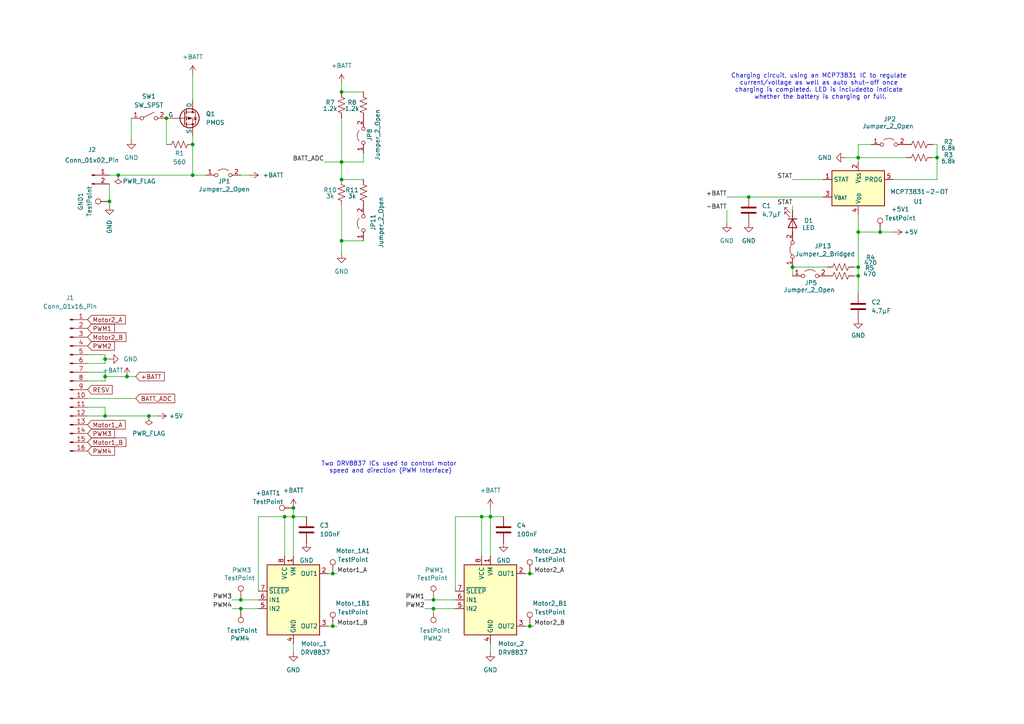
<source format=kicad_sch>
(kicad_sch (version 20231120) (generator "eeschema") (generator_version "8.0")
  (paper "A4")
  (title_block (title "Micro Mouse Power Subsystem") (date "2024-03-17") (rev "1") (company "University of Cape Town") (comment 1 "3088F Design Principles") (comment 2 "PCB Assignment") (comment 3 "Abdul-Mateen Kader") (comment 4 "KDRABD004"))
  (lib_symbols
    (symbol "Battery_Management:MCP73831-2-OT"
      (property "Reference" "U" (at -7.62 6.35 0))
      (property "Value" "MCP73831-2-OT" (at 1.27 6.35 0))
      (symbol "MCP73831-2-OT_0_1"
        (rectangle (start -7.62 5.08) (end 7.62 -5.08) (stroke (width 0.254)) (fill (type background)))
      )
      (symbol "MCP73831-2-OT_1_1"
        (pin tri_state line (at 10.16 -2.54 180) (length 2.54) (name "STAT") (number "1"))
        (pin power_in line (at 0 -7.62 90) (length 2.54) (name "V_{SS}") (number "2"))
        (pin power_out line (at 10.16 2.54 180) (length 2.54) (name "V_{BAT}") (number "3"))
        (pin power_in line (at 0 7.62 270) (length 2.54) (name "V_{DD}") (number "4"))
        (pin input line (at -10.16 -2.54 0) (length 2.54) (name "PROG") (number "5"))
      )
    )
    (symbol "Connector:Conn_01x02_Pin" (pin_names (offset 1.016) hide)
      (property "Reference" "J" (at 0 2.54 0))
      (property "Value" "Conn_01x02_Pin" (at 0 -5.08 0))
      (symbol "Conn_01x02_Pin_1_1"
        (polyline (pts (xy 1.27 -2.54) (xy 0.8636 -2.54)) (stroke (width 0.1524)))
        (polyline (pts (xy 1.27 0) (xy 0.8636 0)) (stroke (width 0.1524)))
        (rectangle (start 0.8636 -2.413) (end 0 -2.667) (stroke (width 0.1524)) (fill (type outline)))
        (rectangle (start 0.8636 0.127) (end 0 -0.127) (stroke (width 0.1524)) (fill (type outline)))
        (pin passive line (at 5.08 0 180) (length 3.81) (name "Pin_1") (number "1"))
        (pin passive line (at 5.08 -2.54 180) (length 3.81) (name "Pin_2") (number "2"))
      )
    )
    (symbol "Connector:Conn_01x16_Pin" (pin_names (offset 1.016) hide)
      (property "Reference" "J" (at 0 20.32 0))
      (property "Value" "Conn_01x16_Pin" (at 0 -22.86 0))
      (symbol "Conn_01x16_Pin_1_1"
        (polyline (pts (xy 1.27 -20.32) (xy 0.8636 -20.32)) (stroke (width 0.1524)))
        (polyline (pts (xy 1.27 -17.78) (xy 0.8636 -17.78)) (stroke (width 0.1524)))
        (polyline (pts (xy 1.27 -15.24) (xy 0.8636 -15.24)) (stroke (width 0.1524)))
        (polyline (pts (xy 1.27 -12.7) (xy 0.8636 -12.7)) (stroke (width 0.1524)))
        (polyline (pts (xy 1.27 -10.16) (xy 0.8636 -10.16)) (stroke (width 0.1524)))
        (polyline (pts (xy 1.27 -7.62) (xy 0.8636 -7.62)) (stroke (width 0.1524)))
        (polyline (pts (xy 1.27 -5.08) (xy 0.8636 -5.08)) (stroke (width 0.1524)))
        (polyline (pts (xy 1.27 -2.54) (xy 0.8636 -2.54)) (stroke (width 0.1524)))
        (polyline (pts (xy 1.27 0) (xy 0.8636 0)) (stroke (width 0.1524)))
        (polyline (pts (xy 1.27 2.54) (xy 0.8636 2.54)) (stroke (width 0.1524)))
        (polyline (pts (xy 1.27 5.08) (xy 0.8636 5.08)) (stroke (width 0.1524)))
        (polyline (pts (xy 1.27 7.62) (xy 0.8636 7.62)) (stroke (width 0.1524)))
        (polyline (pts (xy 1.27 10.16) (xy 0.8636 10.16)) (stroke (width 0.1524)))
        (polyline (pts (xy 1.27 12.7) (xy 0.8636 12.7)) (stroke (width 0.1524)))
        (polyline (pts (xy 1.27 15.24) (xy 0.8636 15.24)) (stroke (width 0.1524)))
        (polyline (pts (xy 1.27 17.78) (xy 0.8636 17.78)) (stroke (width 0.1524)))
        (rectangle (start 0.8636 -20.193) (end 0 -20.447) (stroke (width 0.1524)) (fill (type outline)))
        (rectangle (start 0.8636 -17.653) (end 0 -17.907) (stroke (width 0.1524)) (fill (type outline)))
        (rectangle (start 0.8636 -15.113) (end 0 -15.367) (stroke (width 0.1524)) (fill (type outline)))
        (rectangle (start 0.8636 -12.573) (end 0 -12.827) (stroke (width 0.1524)) (fill (type outline)))
        (rectangle (start 0.8636 -10.033) (end 0 -10.287) (stroke (width 0.1524)) (fill (type outline)))
        (rectangle (start 0.8636 -7.493) (end 0 -7.747) (stroke (width 0.1524)) (fill (type outline)))
        (rectangle (start 0.8636 -4.953) (end 0 -5.207) (stroke (width 0.1524)) (fill (type outline)))
        (rectangle (start 0.8636 -2.413) (end 0 -2.667) (stroke (width 0.1524)) (fill (type outline)))
        (rectangle (start 0.8636 0.127) (end 0 -0.127) (stroke (width 0.1524)) (fill (type outline)))
        (rectangle (start 0.8636 2.667) (end 0 2.413) (stroke (width 0.1524)) (fill (type outline)))
        (rectangle (start 0.8636 5.207) (end 0 4.953) (stroke (width 0.1524)) (fill (type outline)))
        (rectangle (start 0.8636 7.747) (end 0 7.493) (stroke (width 0.1524)) (fill (type outline)))
        (rectangle (start 0.8636 10.287) (end 0 10.033) (stroke (width 0.1524)) (fill (type outline)))
        (rectangle (start 0.8636 12.827) (end 0 12.573) (stroke (width 0.1524)) (fill (type outline)))
        (rectangle (start 0.8636 15.367) (end 0 15.113) (stroke (width 0.1524)) (fill (type outline)))
        (rectangle (start 0.8636 17.907) (end 0 17.653) (stroke (width 0.1524)) (fill (type outline)))
        (pin passive line (at 5.08 17.78 180) (length 3.81) (name "Pin_1") (number "1"))
        (pin passive line (at 5.08 -5.08 180) (length 3.81) (name "Pin_10") (number "10"))
        (pin passive line (at 5.08 -7.62 180) (length 3.81) (name "Pin_11") (number "11"))
        (pin passive line (at 5.08 -10.16 180) (length 3.81) (name "Pin_12") (number "12"))
        (pin passive line (at 5.08 -12.7 180) (length 3.81) (name "Pin_13") (number "13"))
        (pin passive line (at 5.08 -15.24 180) (length 3.81) (name "Pin_14") (number "14"))
        (pin passive line (at 5.08 -17.78 180) (length 3.81) (name "Pin_15") (number "15"))
        (pin passive line (at 5.08 -20.32 180) (length 3.81) (name "Pin_16") (number "16"))
        (pin passive line (at 5.08 15.24 180) (length 3.81) (name "Pin_2") (number "2"))
        (pin passive line (at 5.08 12.7 180) (length 3.81) (name "Pin_3") (number "3"))
        (pin passive line (at 5.08 10.16 180) (length 3.81) (name "Pin_4") (number "4"))
        (pin passive line (at 5.08 7.62 180) (length 3.81) (name "Pin_5") (number "5"))
        (pin passive line (at 5.08 5.08 180) (length 3.81) (name "Pin_6") (number "6"))
        (pin passive line (at 5.08 2.54 180) (length 3.81) (name "Pin_7") (number "7"))
        (pin passive line (at 5.08 0 180) (length 3.81) (name "Pin_8") (number "8"))
        (pin passive line (at 5.08 -2.54 180) (length 3.81) (name "Pin_9") (number "9"))
      )
    )
    (symbol "Connector:TestPoint" (pin_numbers hide) (pin_names (offset 0.762) hide)
      (property "Reference" "TP" (at 0 6.858 0))
      (property "Value" "TestPoint" (at 0 5.08 0))
      (symbol "TestPoint_0_1"
        (circle (center 0 3.302) (radius 0.762))
      )
      (symbol "TestPoint_1_1"
        (pin passive line (at 0 0 90) (length 2.54) (name "1") (number "1"))
      )
    )
    (symbol "Device:C" (pin_numbers hide) (pin_names (offset 0.254))
      (property "Reference" "C" (at 0.635 2.54 0))
      (property "Value" "C" (at 0.635 -2.54 0))
      (symbol "C_0_1"
        (polyline (pts (xy -2.032 -0.762) (xy 2.032 -0.762)) (stroke (width 0.508)))
        (polyline (pts (xy -2.032 0.762) (xy 2.032 0.762)) (stroke (width 0.508)))
      )
      (symbol "C_1_1"
        (pin passive line (at 0 3.81 270) (length 2.794) (name "~") (number "1"))
        (pin passive line (at 0 -3.81 90) (length 2.794) (name "~") (number "2"))
      )
    )
    (symbol "Device:LED" (pin_numbers hide) (pin_names (offset 1.016) hide)
      (property "Reference" "D" (at 0 2.54 0))
      (property "Value" "LED" (at 0 -2.54 0))
      (symbol "LED_0_1"
        (polyline (pts (xy -1.27 -1.27) (xy -1.27 1.27)) (stroke (width 0.254)))
        (polyline (pts (xy -1.27 0) (xy 1.27 0)))
        (polyline (pts (xy 1.27 -1.27) (xy 1.27 1.27) (xy -1.27 0) (xy 1.27 -1.27)) (stroke (width 0.254)))
        (polyline (pts (xy -3.048 -0.762) (xy -4.572 -2.286) (xy -3.81 -2.286) (xy -4.572 -2.286) (xy -4.572 -1.524)))
        (polyline (pts (xy -1.778 -0.762) (xy -3.302 -2.286) (xy -2.54 -2.286) (xy -3.302 -2.286) (xy -3.302 -1.524)))
      )
      (symbol "LED_1_1"
        (pin passive line (at -3.81 0 0) (length 2.54) (name "K") (number "1"))
        (pin passive line (at 3.81 0 180) (length 2.54) (name "A") (number "2"))
      )
    )
    (symbol "Device:R_US" (pin_numbers hide) (pin_names (offset 0))
      (property "Reference" "R" (at 2.54 0 90))
      (property "Value" "R_US" (at -2.54 0 90))
      (symbol "R_US_0_1"
        (polyline (pts (xy 0 -2.286) (xy 0 -2.54)))
        (polyline (pts (xy 0 2.286) (xy 0 2.54)))
        (polyline (pts (xy 0 -0.762) (xy 1.016 -1.143) (xy 0 -1.524) (xy -1.016 -1.905) (xy 0 -2.286)))
        (polyline (pts (xy 0 0.762) (xy 1.016 0.381) (xy 0 0) (xy -1.016 -0.381) (xy 0 -0.762)))
        (polyline (pts (xy 0 2.286) (xy 1.016 1.905) (xy 0 1.524) (xy -1.016 1.143) (xy 0 0.762)))
      )
      (symbol "R_US_1_1"
        (pin passive line (at 0 3.81 270) (length 1.27) (name "~") (number "1"))
        (pin passive line (at 0 -3.81 90) (length 1.27) (name "~") (number "2"))
      )
    )
    (symbol "Driver_Motor:DRV8837"
      (property "Reference" "U" (at 6.35 11.43 0))
      (property "Value" "DRV8837" (at -10.16 11.43 0))
      (symbol "DRV8837_0_1"
        (rectangle (start -7.62 10.16) (end 7.62 -10.16) (stroke (width 0.254)) (fill (type background)))
      )
      (symbol "DRV8837_1_1"
        (pin power_in line (at 0 12.7 270) (length 2.54) (name "VM") (number "1"))
        (pin output line (at 10.16 7.62 180) (length 2.54) (name "OUT1") (number "2"))
        (pin output line (at 10.16 -7.62 180) (length 2.54) (name "OUT2") (number "3"))
        (pin power_in line (at 0 -12.7 90) (length 2.54) (name "GND") (number "4"))
        (pin input line (at -10.16 -2.54 0) (length 2.54) (name "IN2") (number "5"))
        (pin input line (at -10.16 0 0) (length 2.54) (name "IN1") (number "6"))
        (pin input line (at -10.16 2.54 0) (length 2.54) (name "~{SLEEP}") (number "7"))
        (pin power_in line (at -2.54 12.7 270) (length 2.54) (name "VCC") (number "8"))
        (pin passive line (at 0 -12.7 90) (length 2.54) hide (name "GND") (number "9"))
      )
    )
    (symbol "Jumper:Jumper_2_Bridged" (pin_names (offset 0) hide)
      (property "Reference" "JP" (at 0 1.905 0))
      (property "Value" "Jumper_2_Bridged" (at 0 -2.54 0))
      (symbol "Jumper_2_Bridged_0_0"
        (circle (center -2.032 0) (radius 0.508))
        (circle (center 2.032 0) (radius 0.508))
      )
      (symbol "Jumper_2_Bridged_0_1"
        (arc (start 1.524 0.254) (mid 0 0.762) (end -1.524 0.254))
      )
      (symbol "Jumper_2_Bridged_1_1"
        (pin passive line (at -5.08 0 0) (length 2.54) (name "A") (number "1"))
        (pin passive line (at 5.08 0 180) (length 2.54) (name "B") (number "2"))
      )
    )
    (symbol "Jumper:Jumper_2_Open" (pin_names (offset 0) hide)
      (property "Reference" "JP" (at 0 2.794 0))
      (property "Value" "Jumper_2_Open" (at 0 -2.286 0))
      (symbol "Jumper_2_Open_0_0"
        (circle (center -2.032 0) (radius 0.508))
        (circle (center 2.032 0) (radius 0.508))
      )
      (symbol "Jumper_2_Open_0_1"
        (arc (start 1.524 1.27) (mid 0 1.778) (end -1.524 1.27))
      )
      (symbol "Jumper_2_Open_1_1"
        (pin passive line (at -5.08 0 0) (length 2.54) (name "A") (number "1"))
        (pin passive line (at 5.08 0 180) (length 2.54) (name "B") (number "2"))
      )
    )
    (symbol "Simulation_SPICE:PMOS" (pin_numbers hide) (pin_names (offset 0))
      (property "Reference" "Q" (at 5.08 1.27 0))
      (property "Value" "PMOS" (at 5.08 -1.27 0))
      (symbol "PMOS_0_1"
        (polyline (pts (xy 0.254 0) (xy -2.54 0)))
        (polyline (pts (xy 0.254 1.905) (xy 0.254 -1.905)) (stroke (width 0.254)))
        (polyline (pts (xy 0.762 -1.27) (xy 0.762 -2.286)) (stroke (width 0.254)))
        (polyline (pts (xy 0.762 0.508) (xy 0.762 -0.508)) (stroke (width 0.254)))
        (polyline (pts (xy 0.762 2.286) (xy 0.762 1.27)) (stroke (width 0.254)))
        (polyline (pts (xy 2.54 2.54) (xy 2.54 1.778)))
        (polyline (pts (xy 2.54 -2.54) (xy 2.54 0) (xy 0.762 0)))
        (polyline (pts (xy 0.762 1.778) (xy 3.302 1.778) (xy 3.302 -1.778) (xy 0.762 -1.778)))
        (polyline (pts (xy 2.286 0) (xy 1.27 0.381) (xy 1.27 -0.381) (xy 2.286 0)) (fill (type outline)))
        (polyline (pts (xy 2.794 -0.508) (xy 2.921 -0.381) (xy 3.683 -0.381) (xy 3.81 -0.254)))
        (polyline (pts (xy 3.302 -0.381) (xy 2.921 0.254) (xy 3.683 0.254) (xy 3.302 -0.381)))
        (circle (center 1.651 0) (radius 2.794) (stroke (width 0.254)))
        (circle (center 2.54 -1.778) (radius 0.254) (fill (type outline)))
        (circle (center 2.54 1.778) (radius 0.254) (fill (type outline)))
      )
      (symbol "PMOS_1_1"
        (pin passive line (at 2.54 5.08 270) (length 2.54) (name "D") (number "1"))
        (pin input line (at -5.08 0 0) (length 2.54) (name "G") (number "2"))
        (pin passive line (at 2.54 -5.08 90) (length 2.54) (name "S") (number "3"))
      )
    )
    (symbol "Switch:SW_SPST" (pin_names (offset 0) hide)
      (property "Reference" "SW" (at 0 3.175 0))
      (property "Value" "SW_SPST" (at 0 -2.54 0))
      (symbol "SW_SPST_0_0"
        (circle (center -2.032 0) (radius 0.508))
        (polyline (pts (xy -1.524 0.254) (xy 1.524 1.778)))
        (circle (center 2.032 0) (radius 0.508))
      )
      (symbol "SW_SPST_1_1"
        (pin passive line (at -5.08 0 0) (length 2.54) (name "A") (number "1"))
        (pin passive line (at 5.08 0 180) (length 2.54) (name "B") (number "2"))
      )
    )
    (symbol "power:+5V" (power) (pin_numbers hide) (pin_names (offset 0) hide)
      (property "Value" "+5V" (at 0 3.556 0))
      (symbol "+5V_0_1"
        (polyline (pts (xy -0.762 1.27) (xy 0 2.54)))
        (polyline (pts (xy 0 0) (xy 0 2.54)))
        (polyline (pts (xy 0 2.54) (xy 0.762 1.27)))
      )
      (symbol "+5V_1_1"
        (pin power_in line (at 0 0 90) (length 0) (name "~") (number "1"))
      )
    )
    (symbol "power:+BATT" (power) (pin_numbers hide) (pin_names (offset 0) hide)
      (property "Value" "+BATT" (at 0 3.556 0))
      (symbol "+BATT_0_1"
        (polyline (pts (xy -0.762 1.27) (xy 0 2.54)))
        (polyline (pts (xy 0 0) (xy 0 2.54)))
        (polyline (pts (xy 0 2.54) (xy 0.762 1.27)))
      )
      (symbol "+BATT_1_1"
        (pin power_in line (at 0 0 90) (length 0) (name "~") (number "1"))
      )
    )
    (symbol "power:GND" (power) (pin_numbers hide) (pin_names (offset 0) hide)
      (property "Value" "GND" (at 0 -3.81 0))
      (symbol "GND_0_1"
        (polyline (pts (xy 0 0) (xy 0 -1.27) (xy 1.27 -1.27) (xy 0 -2.54) (xy -1.27 -1.27) (xy 0 -1.27)))
      )
      (symbol "GND_1_1"
        (pin power_in line (at 0 0 270) (length 0) (name "~") (number "1"))
      )
    )
    (symbol "power:PWR_FLAG" (power) (pin_numbers hide) (pin_names (offset 0) hide)
      (property "Value" "PWR_FLAG" (at 0 3.81 0))
      (symbol "PWR_FLAG_0_0"
        (pin power_out line (at 0 0 90) (length 0) (name "~") (number "1"))
      )
      (symbol "PWR_FLAG_0_1"
        (polyline (pts (xy 0 0) (xy 0 1.27) (xy -1.016 1.905) (xy 0 2.54) (xy 1.016 1.905) (xy 0 1.27)))
      )
    )
  )
  (junction (at 48.26 34.29))
  (junction (at 34.29 50.8))
  (junction (at 36.83 109.22))
  (junction (at 217.17 57.15))
  (junction (at 99.06 52.07))
  (junction (at 96.52 166.37))
  (junction (at 99.06 26.67))
  (junction (at 69.85 176.53))
  (junction (at 248.92 80.01))
  (junction (at 142.24 149.86))
  (junction (at 31.75 58.42))
  (junction (at 125.73 176.53))
  (junction (at 30.48 120.65))
  (junction (at 271.78 45.72))
  (junction (at 55.88 41.91))
  (junction (at 43.18 120.65))
  (junction (at 248.92 77.47))
  (junction (at 55.88 50.8))
  (junction (at 255.27 67.31))
  (junction (at 153.67 181.61))
  (junction (at 30.48 109.22))
  (junction (at 85.09 147.32))
  (junction (at 69.85 173.99))
  (junction (at 139.7 149.86))
  (junction (at 229.87 77.47))
  (junction (at 96.52 181.61))
  (junction (at 248.92 67.31))
  (junction (at 153.67 166.37))
  (junction (at 99.06 69.85))
  (junction (at 125.73 173.99))
  (junction (at 248.92 45.72))
  (junction (at 82.55 149.86))
  (junction (at 99.06 46.99))
  (junction (at 85.09 149.86))
  (junction (at 30.48 104.14))
  (wire (pts (xy 30.48 118.11) (xy 30.48 120.65)))
  (wire (pts (xy 229.87 52.07) (xy 238.76 52.07)))
  (wire (pts (xy 248.92 45.72) (xy 248.92 46.99)))
  (wire (pts (xy 48.26 34.29) (xy 48.26 41.91)))
  (wire (pts (xy 74.93 149.86) (xy 82.55 149.86)))
  (wire (pts (xy 30.48 120.65) (xy 43.18 120.65)))
  (wire (pts (xy 255.27 67.31) (xy 259.08 67.31)))
  (wire (pts (xy 34.29 50.8) (xy 55.88 50.8)))
  (wire (pts (xy 30.48 107.95) (xy 30.48 109.22)))
  (wire (pts (xy 31.75 104.14) (xy 30.48 104.14)))
  (wire (pts (xy 30.48 109.22) (xy 36.83 109.22)))
  (wire (pts (xy 132.08 149.86) (xy 139.7 149.86)))
  (wire (pts (xy 55.88 39.37) (xy 55.88 41.91)))
  (wire (pts (xy 31.75 58.42) (xy 31.75 59.69)))
  (wire (pts (xy 96.52 166.37) (xy 97.79 166.37)))
  (wire (pts (xy 125.73 173.99) (xy 132.08 173.99)))
  (wire (pts (xy 210.82 57.15) (xy 217.17 57.15)))
  (wire (pts (xy 99.06 52.07) (xy 105.41 52.07)))
  (wire (pts (xy 217.17 57.15) (xy 238.76 57.15)))
  (wire (pts (xy 67.31 173.99) (xy 69.85 173.99)))
  (wire (pts (xy 248.92 62.23) (xy 248.92 67.31)))
  (wire (pts (xy 229.87 67.31) (xy 229.87 68.58)))
  (wire (pts (xy 248.92 45.72) (xy 248.92 41.91)))
  (wire (pts (xy 248.92 80.01) (xy 248.92 85.09)))
  (wire (pts (xy 38.1 34.29) (xy 38.1 40.64)))
  (wire (pts (xy 30.48 109.22) (xy 30.48 110.49)))
  (wire (pts (xy 248.92 77.47) (xy 248.92 80.01)))
  (wire (pts (xy 55.88 41.91) (xy 55.88 50.8)))
  (wire (pts (xy 229.87 77.47) (xy 229.87 80.01)))
  (wire (pts (xy 55.88 21.59) (xy 55.88 29.21)))
  (wire (pts (xy 139.7 149.86) (xy 139.7 161.29)))
  (wire (pts (xy 99.06 69.85) (xy 99.06 73.66)))
  (wire (pts (xy 99.06 59.69) (xy 99.06 69.85)))
  (wire (pts (xy 247.65 77.47) (xy 248.92 77.47)))
  (wire (pts (xy 271.78 45.72) (xy 270.51 45.72)))
  (wire (pts (xy 36.83 109.22) (xy 39.37 109.22)))
  (wire (pts (xy 67.31 176.53) (xy 69.85 176.53)))
  (wire (pts (xy 152.4 166.37) (xy 153.67 166.37)))
  (wire (pts (xy 85.09 186.69) (xy 85.09 189.23)))
  (wire (pts (xy 99.06 46.99) (xy 105.41 46.99)))
  (wire (pts (xy 245.11 45.72) (xy 248.92 45.72)))
  (wire (pts (xy 247.65 80.01) (xy 248.92 80.01)))
  (wire (pts (xy 25.4 102.87) (xy 30.48 102.87)))
  (wire (pts (xy 69.85 50.8) (xy 72.39 50.8)))
  (wire (pts (xy 59.69 50.8) (xy 55.88 50.8)))
  (wire (pts (xy 88.9 149.86) (xy 85.09 149.86)))
  (wire (pts (xy 229.87 60.96) (xy 229.87 59.69)))
  (wire (pts (xy 248.92 41.91) (xy 252.73 41.91)))
  (wire (pts (xy 123.19 176.53) (xy 125.73 176.53)))
  (wire (pts (xy 142.24 149.86) (xy 146.05 149.86)))
  (wire (pts (xy 45.72 120.65) (xy 43.18 120.65)))
  (wire (pts (xy 30.48 118.11) (xy 25.4 118.11)))
  (wire (pts (xy 74.93 171.45) (xy 74.93 149.86)))
  (wire (pts (xy 96.52 181.61) (xy 97.79 181.61)))
  (wire (pts (xy 25.4 105.41) (xy 30.48 105.41)))
  (wire (pts (xy 142.24 147.32) (xy 142.24 149.86)))
  (wire (pts (xy 142.24 186.69) (xy 142.24 189.23)))
  (wire (pts (xy 153.67 181.61) (xy 154.94 181.61)))
  (wire (pts (xy 125.73 176.53) (xy 132.08 176.53)))
  (wire (pts (xy 229.87 77.47) (xy 240.03 77.47)))
  (wire (pts (xy 248.92 67.31) (xy 248.92 77.47)))
  (wire (pts (xy 99.06 34.29) (xy 99.06 46.99)))
  (wire (pts (xy 69.85 173.99) (xy 74.93 173.99)))
  (wire (pts (xy 95.25 181.61) (xy 96.52 181.61)))
  (wire (pts (xy 210.82 60.96) (xy 210.82 64.77)))
  (wire (pts (xy 139.7 149.86) (xy 142.24 149.86)))
  (wire (pts (xy 99.06 46.99) (xy 93.98 46.99)))
  (wire (pts (xy 25.4 115.57) (xy 39.37 115.57)))
  (wire (pts (xy 152.4 181.61) (xy 153.67 181.61)))
  (wire (pts (xy 123.19 173.99) (xy 125.73 173.99)))
  (wire (pts (xy 31.75 53.34) (xy 31.75 58.42)))
  (wire (pts (xy 271.78 52.07) (xy 259.08 52.07)))
  (wire (pts (xy 132.08 149.86) (xy 132.08 171.45)))
  (wire (pts (xy 85.09 149.86) (xy 85.09 161.29)))
  (wire (pts (xy 69.85 176.53) (xy 74.93 176.53)))
  (wire (pts (xy 99.06 69.85) (xy 105.41 69.85)))
  (wire (pts (xy 271.78 45.72) (xy 271.78 41.91)))
  (wire (pts (xy 248.92 67.31) (xy 255.27 67.31)))
  (wire (pts (xy 85.09 147.32) (xy 85.09 149.86)))
  (wire (pts (xy 82.55 149.86) (xy 85.09 149.86)))
  (wire (pts (xy 31.75 50.8) (xy 34.29 50.8)))
  (wire (pts (xy 30.48 104.14) (xy 30.48 105.41)))
  (wire (pts (xy 271.78 45.72) (xy 271.78 52.07)))
  (wire (pts (xy 142.24 149.86) (xy 142.24 161.29)))
  (wire (pts (xy 82.55 149.86) (xy 82.55 161.29)))
  (wire (pts (xy 30.48 102.87) (xy 30.48 104.14)))
  (wire (pts (xy 270.51 41.91) (xy 271.78 41.91)))
  (wire (pts (xy 99.06 46.99) (xy 99.06 52.07)))
  (wire (pts (xy 248.92 45.72) (xy 262.89 45.72)))
  (wire (pts (xy 25.4 110.49) (xy 30.48 110.49)))
  (wire (pts (xy 95.25 166.37) (xy 96.52 166.37)))
  (wire (pts (xy 25.4 120.65) (xy 30.48 120.65)))
  (wire (pts (xy 25.4 107.95) (xy 30.48 107.95)))
  (wire (pts (xy 99.06 26.67) (xy 105.41 26.67)))
  (wire (pts (xy 153.67 166.37) (xy 154.94 166.37)))
  (wire (pts (xy 105.41 44.45) (xy 105.41 46.99)))
  (wire (pts (xy 99.06 24.13) (xy 99.06 26.67)))
  (text "Charging circuit, using an MCP73831 IC to regulate \ncurrent/voltage as well as auto shut-off once \ncharging is completed. LED is includedto indicate \nwhether the battery is charging or full.\n" (at 237.998 25.146 0) (effects (font (size 1.27 1.27))))
  (text "Two DRV8837 ICs used to control motor \nspeed and direction (PWM Interface)" (at 113.284 135.636 0) (effects (font (size 1.27 1.27))))
  (label "Motor1_B" (at 97.79 181.61 0))
  (label "-BATT" (at 210.82 60.96 180))
  (label "BATT_ADC" (at 93.98 46.99 180))
  (label "+BATT" (at 210.82 57.15 180))
  (label "Motor2_A" (at 154.94 166.37 0))
  (label "STAT" (at 229.87 52.07 180))
  (label "Motor1_A" (at 97.79 166.37 0))
  (label "PWM3" (at 67.31 173.99 180))
  (label "PWM4" (at 67.31 176.53 180))
  (label "PWM1" (at 123.19 173.99 180))
  (label "Motor2_B" (at 154.94 181.61 0))
  (label "STAT" (at 229.87 59.69 180))
  (label "PWM2" (at 123.19 176.53 180))
  (global_label "Motor1_A" (shape input) (at 25.4 123.19 0) (property "Intersheetrefs" "${INTERSHEET_REFS}" (effects (hide yes))))
  (global_label "RESV" (shape input) (at 25.4 113.03 0) (property "Intersheetrefs" "${INTERSHEET_REFS}" (effects (hide yes))))
  (global_label "Motor2_B" (shape input) (at 25.4 97.79 0) (property "Intersheetrefs" "${INTERSHEET_REFS}" (effects (hide yes))))
  (global_label "Motor1_B" (shape input) (at 25.4 128.27 0) (property "Intersheetrefs" "${INTERSHEET_REFS}" (effects (hide yes))))
  (global_label "PWM1" (shape input) (at 25.4 95.25 0) (property "Intersheetrefs" "${INTERSHEET_REFS}" (effects (hide yes))))
  (global_label "PWM4" (shape input) (at 25.4 130.81 0) (property "Intersheetrefs" "${INTERSHEET_REFS}" (effects (hide yes))))
  (global_label "PWM3" (shape input) (at 25.4 125.73 0) (property "Intersheetrefs" "${INTERSHEET_REFS}" (effects (hide yes))))
  (global_label "BATT_ADC" (shape input) (at 39.37 115.57 0) (property "Intersheetrefs" "${INTERSHEET_REFS}" (effects (hide yes))))
  (global_label "PWM2" (shape input) (at 25.4 100.33 0) (property "Intersheetrefs" "${INTERSHEET_REFS}" (effects (hide yes))))
  (global_label "Motor2_A" (shape input) (at 25.4 92.71 0) (property "Intersheetrefs" "${INTERSHEET_REFS}" (effects (hide yes))))
  (global_label "+BATT" (shape input) (at 39.37 109.22 0) (property "Intersheetrefs" "${INTERSHEET_REFS}" (effects (hide yes))))
  (symbol (lib_id "Device:R_US") (at 243.84 80.01 90) (unit 1)
    (property "Reference" "R5" (at 252.222 77.724 90))
    (property "Value" "470" (at 252.222 79.502 90))
    (property "Footprint" "Resistor_SMD:R_0402_1005Metric" (effects (hide yes)))
    (property "Description" "Resistor, US symbol" (effects (hide yes)))
    (property "LCSC" "C25117" (effects (hide yes)))
  )
  (symbol (lib_id "Connector:TestPoint") (at 69.85 176.53 180) (unit 1)
    (property "Reference" "PWM4" (at 72.39 185.166 0) (effects (justify left)))
    (property "Value" "TestPoint" (at 74.676 182.88 0) (effects (justify left)))
    (property "Footprint" "TestPoint:TestPoint_Keystone_5019_Minature" (effects (hide yes)))
    (property "Description" "test point" (effects (hide yes)))
  )
  (symbol (lib_id "Jumper:Jumper_2_Open") (at 64.77 50.8 0) (unit 1)
    (property "Reference" "JP1" (at 65.024 52.578 0))
    (property "Value" "Jumper_2_Open" (at 65.024 54.864 0))
    (property "Footprint" "Jumper:SolderJumper-2_P1.3mm_Open_TrianglePad1.0x1.5mm" (effects (hide yes)))
    (property "Description" "Jumper, 2-pole, open" (effects (hide yes)))
  )
  (symbol (lib_id "Driver_Motor:DRV8837") (at 85.09 173.99 0) (unit 1)
    (property "Reference" "Motor_1" (at 87.2841 186.69 0) (effects (justify left)))
    (property "Value" "DRV8837" (at 87.122 189.23 0) (effects (justify left)))
    (property "Footprint" "Package_SON:WSON-8-1EP_2x2mm_P0.5mm_EP0.9x1.6mm" (effects (hide yes)))
    (property "Datasheet" "http://www.ti.com/lit/ds/symlink/drv8837.pdf" (effects (hide yes)))
    (property "Description" "H-Bridge driver, 1.8A, Low Voltage, PWM input, WSON-8" (effects (hide yes)))
    (property "LCSC" "C191000" (effects (hide yes)))
  )
  (symbol (lib_id "power:+BATT") (at 72.39 50.8 270) (unit 1)
    (property "Reference" "#PWR06" (effects (hide yes)))
    (property "Value" "+BATT" (at 76.2 50.7999 90) (effects (justify left)))
    (property "Description" "Power symbol creates a global label with name \"+BATT\"" (effects (hide yes)))
  )
  (symbol (lib_id "Connector:Conn_01x16_Pin") (at 20.32 110.49 0) (unit 1)
    (property "Reference" "J1" (at 20.32 86.36 0))
    (property "Value" "Conn_01x16_Pin" (at 20.32 88.9 0))
    (property "Footprint" "Connector_PinHeader_2.54mm:PinHeader_2x08_P2.54mm_Vertical" (effects (hide yes)))
    (property "Description" "Generic connector, single row, 01x16, script generated" (effects (hide yes)))
  )
  (symbol (lib_id "Device:C") (at 88.9 153.67 0) (unit 1)
    (property "Reference" "C3" (at 92.71 152.3999 0) (effects (justify left)))
    (property "Value" "100nF" (at 92.71 154.9399 0) (effects (justify left)))
    (property "Footprint" "Capacitor_SMD:C_0402_1005Metric" (effects (hide yes)))
    (property "Description" "Unpolarized capacitor" (effects (hide yes)))
    (property "LCSC" "C1525" (effects (hide yes)))
  )
  (symbol (lib_id "Connector:TestPoint") (at 125.73 176.53 180) (unit 1)
    (property "Reference" "PWM2" (at 128.27 185.166 0) (effects (justify left)))
    (property "Value" "TestPoint" (at 130.556 182.88 0) (effects (justify left)))
    (property "Footprint" "TestPoint:TestPoint_Keystone_5019_Minature" (effects (hide yes)))
    (property "Description" "test point" (effects (hide yes)))
  )
  (symbol (lib_id "Connector:TestPoint") (at 96.52 166.37 0) (unit 1)
    (property "Reference" "Motor_1A1" (at 102.362 159.766 0))
    (property "Value" "TestPoint" (at 102.362 162.306 0))
    (property "Footprint" "TestPoint:TestPoint_Keystone_5019_Minature" (effects (hide yes)))
    (property "Description" "test point" (effects (hide yes)))
  )
  (symbol (lib_id "Device:R_US") (at 266.7 41.91 90) (unit 1)
    (property "Reference" "R2" (at 275.082 41.148 90))
    (property "Value" "6.8k" (at 275.082 42.926 90))
    (property "Footprint" "Resistor_SMD:R_0603_1608Metric" (effects (hide yes)))
    (property "Description" "Resistor, US symbol" (effects (hide yes)))
    (property "LCSC" "C23212" (effects (hide yes)))
  )
  (symbol (lib_id "Connector:TestPoint") (at 96.52 181.61 0) (unit 1)
    (property "Reference" "Motor_1B1" (at 102.362 175.006 0))
    (property "Value" "TestPoint" (at 102.362 177.546 0))
    (property "Footprint" "TestPoint:TestPoint_Keystone_5019_Minature" (effects (hide yes)))
    (property "Description" "test point" (effects (hide yes)))
  )
  (symbol (lib_id "Connector:TestPoint") (at 85.09 147.32 90) (unit 1)
    (property "Reference" "+BATT1" (at 77.724 143.002 90))
    (property "Value" "TestPoint" (at 77.724 145.542 90))
    (property "Footprint" "TestPoint:TestPoint_Keystone_5019_Minature" (effects (hide yes)))
    (property "Description" "test point" (effects (hide yes)))
  )
  (symbol (lib_id "power:+BATT") (at 55.88 21.59 0) (unit 1)
    (property "Reference" "#PWR020" (effects (hide yes)))
    (property "Value" "+BATT" (at 55.88 16.51 0))
    (property "Description" "Power symbol creates a global label with name \"+BATT\"" (effects (hide yes)))
  )
  (symbol (lib_id "Switch:SW_SPST") (at 43.18 34.29 0) (unit 1)
    (property "Reference" "SW1" (at 43.18 27.94 0))
    (property "Value" "SW_SPST" (at 43.18 30.48 0))
    (property "Footprint" "Button_Switch_SMD:SW_DIP_SPSTx01_Slide_Omron_A6S-110x_W8.9mm_P2.54mm" (effects (hide yes)))
    (property "Description" "Single Pole Single Throw (SPST) switch" (effects (hide yes)))
  )
  (symbol (lib_id "power:GND") (at 248.92 92.71 0) (unit 1)
    (property "Reference" "#PWR013" (effects (hide yes)))
    (property "Value" "GND" (at 248.92 97.282 0))
    (property "Description" "Power symbol creates a global label with name \"GND\" , ground" (effects (hide yes)))
  )
  (symbol (lib_id "Connector:TestPoint") (at 69.85 173.99 0) (unit 1)
    (property "Reference" "PWM3" (at 67.31 165.354 0) (effects (justify left)))
    (property "Value" "TestPoint" (at 65.024 167.64 0) (effects (justify left)))
    (property "Footprint" "TestPoint:TestPoint_Keystone_5019_Minature" (effects (hide yes)))
    (property "Description" "test point" (effects (hide yes)))
  )
  (symbol (lib_id "power:GND") (at 85.09 189.23 0) (unit 1)
    (property "Reference" "#PWR01" (effects (hide yes)))
    (property "Value" "GND" (at 85.09 194.31 0))
    (property "Description" "Power symbol creates a global label with name \"GND\" , ground" (effects (hide yes)))
  )
  (symbol (lib_id "Device:R_US") (at 99.06 30.48 180) (unit 1)
    (property "Reference" "R7" (at 95.758 29.718 0))
    (property "Value" "1.2k" (at 95.758 31.496 0))
    (property "Footprint" "Resistor_SMD:R_0603_1608Metric" (effects (hide yes)))
    (property "Description" "Resistor, US symbol" (effects (hide yes)))
    (property "LCSC" "C22765" (effects (hide yes)))
  )
  (symbol (lib_id "power:PWR_FLAG") (at 43.18 120.65 180) (unit 1)
    (property "Reference" "#FLG02" (effects (hide yes)))
    (property "Value" "PWR_FLAG" (at 43.18 125.73 0))
    (property "Description" "Special symbol for telling ERC where power comes from" (effects (hide yes)))
  )
  (symbol (lib_id "power:GND") (at 38.1 40.64 0) (unit 1)
    (property "Reference" "#PWR021" (effects (hide yes)))
    (property "Value" "GND" (at 38.1 45.72 0))
    (property "Description" "Power symbol creates a global label with name \"GND\" , ground" (effects (hide yes)))
  )
  (symbol (lib_id "Connector:TestPoint") (at 31.75 58.42 90) (unit 1)
    (property "Reference" "GND1" (at 23.368 58.42 0))
    (property "Value" "TestPoint" (at 25.908 58.42 0))
    (property "Footprint" "TestPoint:TestPoint_Keystone_5019_Minature" (effects (hide yes)))
    (property "Description" "test point" (effects (hide yes)))
  )
  (symbol (lib_id "Device:LED") (at 229.87 64.77 270) (unit 1)
    (property "Reference" "D1" (at 233.172 64.008 90) (effects (justify left)))
    (property "Value" "LED" (at 232.664 66.04 90) (effects (justify left)))
    (property "Footprint" "LED_THT:LED_D5.0mm" (effects (hide yes)))
    (property "Description" "Light emitting diode" (effects (hide yes)))
  )
  (symbol (lib_id "Connector:TestPoint") (at 255.27 67.31 0) (unit 1)
    (property "Reference" "+5V1" (at 261.112 60.706 0))
    (property "Value" "TestPoint" (at 261.112 63.246 0))
    (property "Footprint" "TestPoint:TestPoint_Keystone_5019_Minature" (effects (hide yes)))
    (property "Description" "test point" (effects (hide yes)))
  )
  (symbol (lib_id "Connector:TestPoint") (at 153.67 181.61 0) (unit 1)
    (property "Reference" "Motor2_B1" (at 159.512 175.006 0))
    (property "Value" "TestPoint" (at 159.512 177.546 0))
    (property "Footprint" "TestPoint:TestPoint_Keystone_5019_Minature" (effects (hide yes)))
    (property "Description" "test point" (effects (hide yes)))
  )
  (symbol (lib_id "Simulation_SPICE:PMOS") (at 53.34 34.29 0) (unit 1)
    (property "Reference" "Q1" (at 59.69 33.0199 0) (effects (justify left)))
    (property "Value" "PMOS" (at 59.69 35.5599 0) (effects (justify left)))
    (property "Footprint" "Package_TO_SOT_SMD:SOT-23" (effects (hide yes)))
    (property "Datasheet" "https://ngspice.sourceforge.io/docs/ngspice-html-manual/manual.xhtml#cha_MOSFETs" (effects (hide yes)))
    (property "Description" "P-MOSFET transistor, drain/source/gate" (effects (hide yes)))
    (property "Sim.Device" "PMOS" (effects (hide yes)))
    (property "Sim.Type" "VDMOS" (effects (hide yes)))
    (property "Sim.Pins" "1=D 2=G 3=S" (effects (hide yes)))
  )
  (symbol (lib_id "Device:R_US") (at 52.07 41.91 270) (unit 1)
    (property "Reference" "R1" (at 52.07 44.45 90))
    (property "Value" "560" (at 52.07 46.99 90))
    (property "Footprint" "Resistor_SMD:R_0603_1608Metric" (effects (hide yes)))
    (property "Description" "Resistor, US symbol" (effects (hide yes)))
    (property "LCSC" "C23204" (effects (hide yes)))
  )
  (symbol (lib_id "power:+BATT") (at 36.83 109.22 0) (unit 1)
    (property "Reference" "#PWR08" (effects (hide yes)))
    (property "Value" "+BATT" (at 29.718 107.442 0) (effects (justify left)))
    (property "Description" "Power symbol creates a global label with name \"+BATT\"" (effects (hide yes)))
  )
  (symbol (lib_id "Jumper:Jumper_2_Open") (at 257.81 41.91 0) (unit 1)
    (property "Reference" "JP2" (at 258.064 34.544 0))
    (property "Value" "Jumper_2_Open" (at 257.556 36.576 0))
    (property "Footprint" "Jumper:SolderJumper-2_P1.3mm_Open_TrianglePad1.0x1.5mm" (effects (hide yes)))
    (property "Description" "Jumper, 2-pole, open" (effects (hide yes)))
  )
  (symbol (lib_id "power:GND") (at 146.05 157.48 0) (unit 1)
    (property "Reference" "#PWR015" (effects (hide yes)))
    (property "Value" "GND" (at 146.05 162.56 0))
    (property "Description" "Power symbol creates a global label with name \"GND\" , ground" (effects (hide yes)))
  )
  (symbol (lib_id "Connector:TestPoint") (at 153.67 166.37 0) (unit 1)
    (property "Reference" "Motor_2A1" (at 159.512 159.766 0))
    (property "Value" "TestPoint" (at 159.512 162.306 0))
    (property "Footprint" "TestPoint:TestPoint_Keystone_5019_Minature" (effects (hide yes)))
    (property "Description" "test point" (effects (hide yes)))
  )
  (symbol (lib_id "Jumper:Jumper_2_Open") (at 105.41 39.37 90) (unit 1)
    (property "Reference" "JP8" (at 107.188 39.116 0))
    (property "Value" "Jumper_2_Open" (at 109.474 39.116 0))
    (property "Footprint" "Jumper:SolderJumper-2_P1.3mm_Open_TrianglePad1.0x1.5mm" (effects (hide yes)))
    (property "Description" "Jumper, 2-pole, open" (effects (hide yes)))
  )
  (symbol (lib_id "power:+BATT") (at 85.09 147.32 0) (unit 1)
    (property "Reference" "#PWR04" (effects (hide yes)))
    (property "Value" "+BATT" (at 85.09 142.24 0))
    (property "Description" "Power symbol creates a global label with name \"+BATT\"" (effects (hide yes)))
  )
  (symbol (lib_id "power:+BATT") (at 142.24 147.32 0) (unit 1)
    (property "Reference" "#PWR05" (effects (hide yes)))
    (property "Value" "+BATT" (at 142.24 142.24 0))
    (property "Description" "Power symbol creates a global label with name \"+BATT\"" (effects (hide yes)))
  )
  (symbol (lib_id "power:GND") (at 99.06 73.66 0) (unit 1)
    (property "Reference" "#PWR018" (effects (hide yes)))
    (property "Value" "GND" (at 99.06 78.74 0))
    (property "Description" "Power symbol creates a global label with name \"GND\" , ground" (effects (hide yes)))
  )
  (symbol (lib_id "power:PWR_FLAG") (at 34.29 50.8 180) (unit 1)
    (property "Reference" "#FLG01" (effects (hide yes)))
    (property "Value" "PWR_FLAG" (at 40.386 52.578 0))
    (property "Description" "Special symbol for telling ERC where power comes from" (effects (hide yes)))
  )
  (symbol (lib_id "Connector:TestPoint") (at 125.73 173.99 0) (unit 1)
    (property "Reference" "PWM1" (at 123.19 165.354 0) (effects (justify left)))
    (property "Value" "TestPoint" (at 120.904 167.64 0) (effects (justify left)))
    (property "Footprint" "TestPoint:TestPoint_Keystone_5019_Minature" (effects (hide yes)))
    (property "Description" "test point" (effects (hide yes)))
  )
  (symbol (lib_id "Device:R_US") (at 105.41 30.48 180) (unit 1)
    (property "Reference" "R8" (at 102.108 29.718 0))
    (property "Value" "1.2k" (at 102.108 31.496 0))
    (property "Footprint" "Resistor_SMD:R_0603_1608Metric" (effects (hide yes)))
    (property "Description" "Resistor, US symbol" (effects (hide yes)))
    (property "LCSC" "C22765" (effects (hide yes)))
  )
  (symbol (lib_id "Device:R_US") (at 99.06 55.88 180) (unit 1)
    (property "Reference" "R10" (at 95.758 55.118 0))
    (property "Value" "3k" (at 95.758 56.896 0))
    (property "Footprint" "Resistor_SMD:R_0603_1608Metric" (effects (hide yes)))
    (property "Description" "Resistor, US symbol" (effects (hide yes)))
    (property "LCSC" "C4211" (effects (hide yes)))
  )
  (symbol (lib_id "power:GND") (at 142.24 189.23 0) (unit 1)
    (property "Reference" "#PWR010" (effects (hide yes)))
    (property "Value" "GND" (at 142.24 194.31 0))
    (property "Description" "Power symbol creates a global label with name \"GND\" , ground" (effects (hide yes)))
  )
  (symbol (lib_id "Jumper:Jumper_2_Open") (at 105.41 64.77 90) (unit 1)
    (property "Reference" "JP11" (at 108.204 64.516 0))
    (property "Value" "Jumper_2_Open" (at 110.49 64.516 0))
    (property "Footprint" "Jumper:SolderJumper-2_P1.3mm_Open_TrianglePad1.0x1.5mm" (effects (hide yes)))
    (property "Description" "Jumper, 2-pole, open" (effects (hide yes)))
  )
  (symbol (lib_id "power:+BATT") (at 99.06 24.13 0) (unit 1)
    (property "Reference" "#PWR014" (effects (hide yes)))
    (property "Value" "+BATT" (at 99.06 19.05 0))
    (property "Description" "Power symbol creates a global label with name \"+BATT\"" (effects (hide yes)))
  )
  (symbol (lib_id "Device:R_US") (at 243.84 77.47 90) (unit 1)
    (property "Reference" "R4" (at 252.476 74.676 90))
    (property "Value" "470" (at 252.476 76.2 90))
    (property "Footprint" "Resistor_SMD:R_0402_1005Metric" (effects (hide yes)))
    (property "Description" "Resistor, US symbol" (effects (hide yes)))
    (property "LCSC" "C25117" (effects (hide yes)))
  )
  (symbol (lib_id "Device:R_US") (at 266.7 45.72 90) (unit 1)
    (property "Reference" "R3" (at 275.082 44.958 90))
    (property "Value" "6.8k" (at 275.082 46.736 90))
    (property "Footprint" "Resistor_SMD:R_0603_1608Metric" (effects (hide yes)))
    (property "Description" "Resistor, US symbol" (effects (hide yes)))
    (property "LCSC" "C23212" (effects (hide yes)))
  )
  (symbol (lib_id "Connector:Conn_01x02_Pin") (at 26.67 50.8 0) (unit 1)
    (property "Reference" "J2" (at 26.67 43.434 0))
    (property "Value" "Conn_01x02_Pin" (at 26.67 46.482 0))
    (property "Footprint" "Connector_JST:JST_PH_S2B-PH-K_1x02_P2.00mm_Horizontal" (effects (hide yes)))
    (property "Description" "Generic connector, single row, 01x02, script generated" (effects (hide yes)))
  )
  (symbol (lib_id "power:GND") (at 31.75 59.69 0) (unit 1)
    (property "Reference" "#PWR017" (effects (hide yes)))
    (property "Value" "GND" (at 31.75 63.754 90) (effects (justify right)))
    (property "Description" "Power symbol creates a global label with name \"GND\" , ground" (effects (hide yes)))
  )
  (symbol (lib_id "Device:C") (at 217.17 60.96 0) (unit 1)
    (property "Reference" "C1" (at 220.98 59.6899 0) (effects (justify left)))
    (property "Value" "4.7µF" (at 220.98 62.2299 0) (effects (justify left)))
    (property "Footprint" "Capacitor_SMD:C_0402_1005Metric" (effects (hide yes)))
    (property "Description" "Unpolarized capacitor" (effects (hide yes)))
    (property "LCSC" "C1538" (effects (hide yes)))
  )
  (symbol (lib_id "power:+5V") (at 45.72 120.65 270) (unit 1)
    (property "Reference" "#PWR03" (effects (hide yes)))
    (property "Value" "+5V" (at 51.054 120.65 90))
    (property "Description" "Power symbol creates a global label with name \"+5V\"" (effects (hide yes)))
  )
  (symbol (lib_id "Device:R_US") (at 105.41 55.88 180) (unit 1)
    (property "Reference" "R11" (at 102.108 55.118 0))
    (property "Value" "3k" (at 102.108 56.896 0))
    (property "Footprint" "Resistor_SMD:R_0603_1608Metric" (effects (hide yes)))
    (property "Description" "Resistor, US symbol" (effects (hide yes)))
    (property "LCSC" "C4211" (effects (hide yes)))
  )
  (symbol (lib_id "power:GND") (at 245.11 45.72 270) (unit 1)
    (property "Reference" "#PWR011" (effects (hide yes)))
    (property "Value" "GND" (at 241.3 45.7199 90) (effects (justify right)))
    (property "Description" "Power symbol creates a global label with name \"GND\" , ground" (effects (hide yes)))
  )
  (symbol (lib_id "power:+5V") (at 259.08 67.31 270) (unit 1)
    (property "Reference" "#PWR09" (effects (hide yes)))
    (property "Value" "+5V" (at 264.16 67.31 90))
    (property "Description" "Power symbol creates a global label with name \"+5V\"" (effects (hide yes)))
  )
  (symbol (lib_id "Jumper:Jumper_2_Bridged") (at 229.87 72.39 90) (unit 1)
    (property "Reference" "JP13" (at 236.22 71.374 90) (effects (justify right)))
    (property "Value" "Jumper_2_Bridged" (at 230.632 73.66 90) (effects (justify right)))
    (property "Footprint" "Jumper:SolderJumper-2_P1.3mm_Bridged2Bar_RoundedPad1.0x1.5mm" (effects (hide yes)))
    (property "Description" "Jumper, 2-pole, closed/bridged" (effects (hide yes)))
  )
  (symbol (lib_id "power:GND") (at 217.17 64.77 0) (unit 1)
    (property "Reference" "#PWR016" (effects (hide yes)))
    (property "Value" "GND" (at 217.17 69.85 0))
    (property "Description" "Power symbol creates a global label with name \"GND\" , ground" (effects (hide yes)))
  )
  (symbol (lib_id "power:GND") (at 31.75 104.14 90) (unit 1)
    (property "Reference" "#PWR07" (effects (hide yes)))
    (property "Value" "GND" (at 35.814 104.14 90) (effects (justify right)))
    (property "Description" "Power symbol creates a global label with name \"GND\" , ground" (effects (hide yes)))
  )
  (symbol (lib_id "Battery_Management:MCP73831-2-OT") (at 248.92 54.61 180) (unit 1)
    (property "Reference" "U1" (at 267.716 58.42 0) (effects (justify left)))
    (property "Value" "MCP73831-2-OT" (at 275.082 55.626 0) (effects (justify left)))
    (property "Footprint" "Package_TO_SOT_SMD:SOT-23-5" (effects (hide yes)))
    (property "Datasheet" "http://ww1.microchip.com/downloads/en/DeviceDoc/20001984g.pdf" (effects (hide yes)))
    (property "Description" "Single cell, Li-Ion/Li-Po charge management controller, 4.20V, Tri-State Status Output, in SOT23-5 package" (effects (hide yes)))
    (property "LCSC" "C424093" (effects (hide yes)))
  )
  (symbol (lib_id "Device:C") (at 248.92 88.9 0) (unit 1)
    (property "Reference" "C2" (at 252.73 87.6299 0) (effects (justify left)))
    (property "Value" "4.7µF" (at 252.73 90.1699 0) (effects (justify left)))
    (property "Footprint" "Capacitor_SMD:C_0402_1005Metric" (effects (hide yes)))
    (property "Description" "Unpolarized capacitor" (effects (hide yes)))
    (property "LCSC" "C1538" (effects (hide yes)))
  )
  (symbol (lib_id "power:GND") (at 88.9 157.48 0) (unit 1)
    (property "Reference" "#PWR02" (effects (hide yes)))
    (property "Value" "GND" (at 88.9 162.56 0))
    (property "Description" "Power symbol creates a global label with name \"GND\" , ground" (effects (hide yes)))
  )
  (symbol (lib_id "Driver_Motor:DRV8837") (at 142.24 173.99 0) (unit 1)
    (property "Reference" "Motor_2" (at 144.4341 186.69 0) (effects (justify left)))
    (property "Value" "DRV8837" (at 144.4341 189.23 0) (effects (justify left)))
    (property "Footprint" "Package_SON:WSON-8-1EP_2x2mm_P0.5mm_EP0.9x1.6mm" (effects (hide yes)))
    (property "Datasheet" "http://www.ti.com/lit/ds/symlink/drv8837.pdf" (effects (hide yes)))
    (property "Description" "H-Bridge driver, 1.8A, Low Voltage, PWM input, WSON-8" (effects (hide yes)))
    (property "LCSC" "C191000" (effects (hide yes)))
  )
  (symbol (lib_id "power:GND") (at 210.82 64.77 0) (unit 1)
    (property "Reference" "#PWR012" (effects (hide yes)))
    (property "Value" "GND" (at 210.82 69.85 0))
    (property "Description" "Power symbol creates a global label with name \"GND\" , ground" (effects (hide yes)))
  )
  (symbol (lib_id "Device:C") (at 146.05 153.67 0) (unit 1)
    (property "Reference" "C4" (at 149.86 152.3999 0) (effects (justify left)))
    (property "Value" "100nF" (at 149.86 154.9399 0) (effects (justify left)))
    (property "Footprint" "Capacitor_SMD:C_0402_1005Metric" (effects (hide yes)))
    (property "Description" "Unpolarized capacitor" (effects (hide yes)))
    (property "LCSC" "C1525" (effects (hide yes)))
  )
  (symbol (lib_id "Jumper:Jumper_2_Open") (at 234.95 80.01 0) (unit 1)
    (property "Reference" "JP5" (at 235.204 82.042 0))
    (property "Value" "Jumper_2_Open" (at 234.696 84.074 0))
    (property "Footprint" "Jumper:SolderJumper-2_P1.3mm_Open_TrianglePad1.0x1.5mm" (effects (hide yes)))
    (property "Description" "Jumper, 2-pole, open" (effects (hide yes)))
  )
)
</source>
